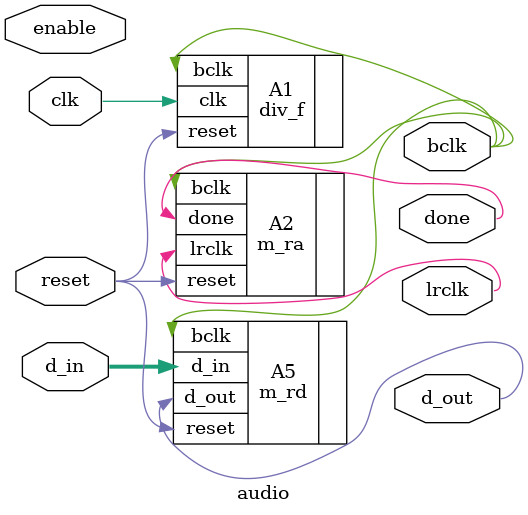
<source format=v>
module audio
 (//declaracion de variables
	input             clk,
	input		  enable,
	input      [15:0] d_in,
	input		  reset,
	output            bclk,
	output            lrclk,
	output            done,
	output      d_out

);

//Divisor de frecuencias
div_f A1(.clk(clk),.reset(reset),.bclk(bclk));

//Registro acumulador
m_ra A2(.reset(reset),.bclk(bclk),.lrclk(lrclk),.done(done));

//comparador
//m_c A3(.COUNT(COUNT),.COMPA(COMPA),.BCLK(BCLK));

//Registro LRCLK	
//m_lr A4(.RESET(RESET),.COMPA(COMPA),.LRCLK(LRCLK),.DONE(DONE));

//Registro de desplazamiento
m_rd A5(.reset(reset),.bclk(bclk),.d_in(d_in),.d_out(d_out));

//Registro de salida
//salida A6(.reset(reset),.bclk(bclk),.data(data),.d_out(d_out));


endmodule

</source>
